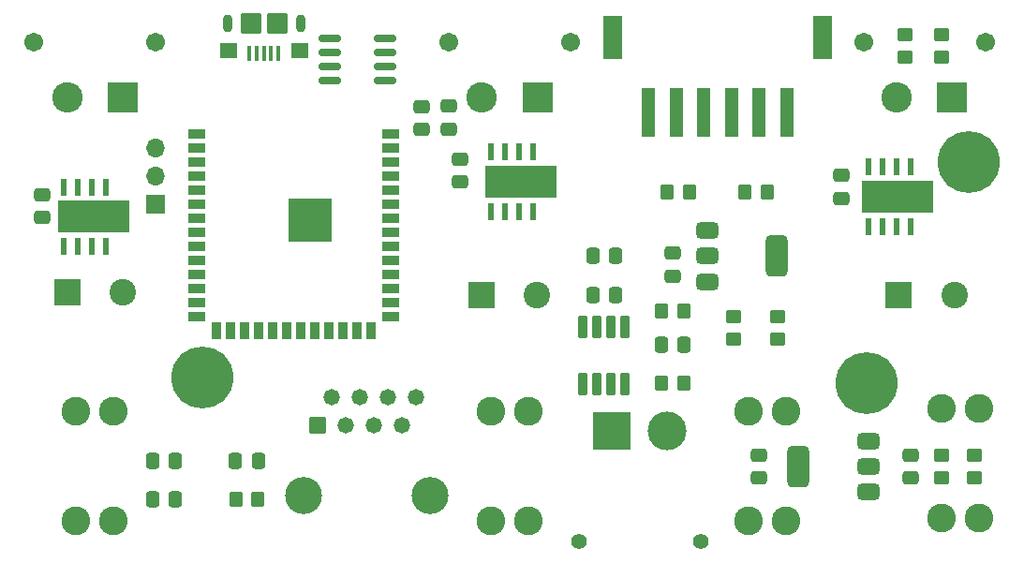
<source format=gbs>
%TF.GenerationSoftware,KiCad,Pcbnew,8.0.3-8.0.3-0~ubuntu22.04.1*%
%TF.CreationDate,2024-07-03T00:47:08-04:00*%
%TF.ProjectId,arm_drive_j3_4_5,61726d5f-6472-4697-9665-5f6a335f345f,rev?*%
%TF.SameCoordinates,Original*%
%TF.FileFunction,Soldermask,Bot*%
%TF.FilePolarity,Negative*%
%FSLAX46Y46*%
G04 Gerber Fmt 4.6, Leading zero omitted, Abs format (unit mm)*
G04 Created by KiCad (PCBNEW 8.0.3-8.0.3-0~ubuntu22.04.1) date 2024-07-03 00:47:08*
%MOMM*%
%LPD*%
G01*
G04 APERTURE LIST*
G04 Aperture macros list*
%AMRoundRect*
0 Rectangle with rounded corners*
0 $1 Rounding radius*
0 $2 $3 $4 $5 $6 $7 $8 $9 X,Y pos of 4 corners*
0 Add a 4 corners polygon primitive as box body*
4,1,4,$2,$3,$4,$5,$6,$7,$8,$9,$2,$3,0*
0 Add four circle primitives for the rounded corners*
1,1,$1+$1,$2,$3*
1,1,$1+$1,$4,$5*
1,1,$1+$1,$6,$7*
1,1,$1+$1,$8,$9*
0 Add four rect primitives between the rounded corners*
20,1,$1+$1,$2,$3,$4,$5,0*
20,1,$1+$1,$4,$5,$6,$7,0*
20,1,$1+$1,$6,$7,$8,$9,0*
20,1,$1+$1,$8,$9,$2,$3,0*%
G04 Aperture macros list end*
%ADD10C,1.712000*%
%ADD11RoundRect,0.102000X-1.275000X-1.275000X1.275000X-1.275000X1.275000X1.275000X-1.275000X1.275000X0*%
%ADD12C,2.754000*%
%ADD13C,2.604000*%
%ADD14R,2.400000X2.400000*%
%ADD15C,2.400000*%
%ADD16R,1.700000X1.700000*%
%ADD17O,1.700000X1.700000*%
%ADD18C,3.600000*%
%ADD19C,5.600000*%
%ADD20C,1.400000*%
%ADD21R,3.500000X3.500000*%
%ADD22C,3.500000*%
%ADD23C,3.350000*%
%ADD24RoundRect,0.102000X-0.634000X-0.634000X0.634000X-0.634000X0.634000X0.634000X-0.634000X0.634000X0*%
%ADD25C,1.472000*%
%ADD26RoundRect,0.250000X-0.450000X0.350000X-0.450000X-0.350000X0.450000X-0.350000X0.450000X0.350000X0*%
%ADD27RoundRect,0.375000X0.625000X0.375000X-0.625000X0.375000X-0.625000X-0.375000X0.625000X-0.375000X0*%
%ADD28RoundRect,0.500000X0.500000X1.400000X-0.500000X1.400000X-0.500000X-1.400000X0.500000X-1.400000X0*%
%ADD29RoundRect,0.250000X-0.475000X0.337500X-0.475000X-0.337500X0.475000X-0.337500X0.475000X0.337500X0*%
%ADD30RoundRect,0.250000X0.337500X0.475000X-0.337500X0.475000X-0.337500X-0.475000X0.337500X-0.475000X0*%
%ADD31RoundRect,0.250000X0.350000X0.450000X-0.350000X0.450000X-0.350000X-0.450000X0.350000X-0.450000X0*%
%ADD32RoundRect,0.250000X0.475000X-0.337500X0.475000X0.337500X-0.475000X0.337500X-0.475000X-0.337500X0*%
%ADD33R,3.100000X2.600000*%
%ADD34R,0.600000X1.550000*%
%ADD35R,6.450000X2.950000*%
%ADD36RoundRect,0.250000X-0.350000X-0.450000X0.350000X-0.450000X0.350000X0.450000X-0.350000X0.450000X0*%
%ADD37R,1.295400X4.495800*%
%ADD38R,1.803400X3.911600*%
%ADD39RoundRect,0.250000X0.450000X-0.350000X0.450000X0.350000X-0.450000X0.350000X-0.450000X-0.350000X0*%
%ADD40RoundRect,0.250000X-0.337500X-0.475000X0.337500X-0.475000X0.337500X0.475000X-0.337500X0.475000X0*%
%ADD41RoundRect,0.055580X-0.341420X0.921420X-0.341420X-0.921420X0.341420X-0.921420X0.341420X0.921420X0*%
%ADD42RoundRect,0.375000X-0.625000X-0.375000X0.625000X-0.375000X0.625000X0.375000X-0.625000X0.375000X0*%
%ADD43RoundRect,0.500000X-0.500000X-1.400000X0.500000X-1.400000X0.500000X1.400000X-0.500000X1.400000X0*%
%ADD44R,1.500000X0.900000*%
%ADD45R,0.900000X1.500000*%
%ADD46R,3.900000X3.900000*%
%ADD47RoundRect,0.100000X-0.100000X-0.575000X0.100000X-0.575000X0.100000X0.575000X-0.100000X0.575000X0*%
%ADD48O,0.900000X1.600000*%
%ADD49RoundRect,0.250000X-0.550000X-0.450000X0.550000X-0.450000X0.550000X0.450000X-0.550000X0.450000X0*%
%ADD50RoundRect,0.250000X-0.700000X-0.700000X0.700000X-0.700000X0.700000X0.700000X-0.700000X0.700000X0*%
%ADD51RoundRect,0.150000X-0.825000X-0.150000X0.825000X-0.150000X0.825000X0.150000X-0.825000X0.150000X0*%
G04 APERTURE END LIST*
D10*
%TO.C,J7*%
X40660000Y-41700750D03*
X51660000Y-41700750D03*
D11*
X48660000Y-46700750D03*
D12*
X43660000Y-46700750D03*
%TD*%
D13*
%TO.C,F4*%
X108610000Y-75060000D03*
X105210000Y-75060000D03*
X108610000Y-84980000D03*
X105210000Y-84980000D03*
%TD*%
D10*
%TO.C,J3*%
X115660000Y-41700750D03*
X126660000Y-41700750D03*
D11*
X123660000Y-46700750D03*
D12*
X118660000Y-46700750D03*
%TD*%
D13*
%TO.C,F3*%
X85360000Y-75060000D03*
X81960000Y-75060000D03*
X85360000Y-84980000D03*
X81960000Y-84980000D03*
%TD*%
D14*
%TO.C,C7*%
X43727841Y-64270000D03*
D15*
X48727841Y-64270000D03*
%TD*%
D16*
%TO.C,JP1*%
X51660000Y-56295000D03*
D17*
X51660000Y-53755000D03*
X51660000Y-51215000D03*
%TD*%
D18*
%TO.C,H4*%
X115910000Y-72520000D03*
D19*
X115910000Y-72520000D03*
%TD*%
D10*
%TO.C,J4*%
X78160000Y-41700750D03*
X89160000Y-41700750D03*
D11*
X86160000Y-46700750D03*
D12*
X81160000Y-46700750D03*
%TD*%
D20*
%TO.C,J6*%
X100910000Y-86845000D03*
X89910000Y-86845000D03*
D21*
X92910000Y-76845000D03*
D22*
X97910000Y-76845000D03*
%TD*%
D23*
%TO.C,J2*%
X65019000Y-82620000D03*
X76451000Y-82620000D03*
D24*
X66290000Y-76270000D03*
D25*
X67560000Y-73730000D03*
X68830000Y-76270000D03*
X70100000Y-73730000D03*
X71370000Y-76270000D03*
X72640000Y-73730000D03*
X73910000Y-76270000D03*
X75180000Y-73730000D03*
%TD*%
D13*
%TO.C,F2*%
X126110000Y-74810000D03*
X122710000Y-74810000D03*
X126110000Y-84730000D03*
X122710000Y-84730000D03*
%TD*%
D14*
%TO.C,C11*%
X81086041Y-64520000D03*
D15*
X86086041Y-64520000D03*
%TD*%
D14*
%TO.C,C9*%
X118836041Y-64520000D03*
D15*
X123836041Y-64520000D03*
%TD*%
D18*
%TO.C,H2*%
X125160000Y-52520000D03*
D19*
X125160000Y-52520000D03*
%TD*%
D18*
%TO.C,H3*%
X55910000Y-72020000D03*
D19*
X55910000Y-72020000D03*
%TD*%
D13*
%TO.C,F1*%
X47860000Y-75060000D03*
X44460000Y-75060000D03*
X47860000Y-84980000D03*
X44460000Y-84980000D03*
%TD*%
D26*
%TO.C,R11*%
X122660000Y-79020000D03*
X122660000Y-81020000D03*
%TD*%
D27*
%TO.C,U3*%
X116060000Y-77720000D03*
X116060000Y-80020000D03*
D28*
X109760000Y-80020000D03*
D27*
X116060000Y-82320000D03*
%TD*%
D29*
%TO.C,C8*%
X113660000Y-53732500D03*
X113660000Y-55807500D03*
%TD*%
D30*
%TO.C,C1*%
X60947500Y-79520000D03*
X58872500Y-79520000D03*
%TD*%
%TO.C,C3*%
X93237500Y-61020000D03*
X91162500Y-61020000D03*
%TD*%
D31*
%TO.C,R7*%
X106910000Y-55270000D03*
X104910000Y-55270000D03*
%TD*%
D32*
%TO.C,C13*%
X98410000Y-62807500D03*
X98410000Y-60732500D03*
%TD*%
D33*
%TO.C,U7*%
X83910000Y-54270000D03*
D34*
X85815000Y-56970000D03*
X84545000Y-56970000D03*
X83275000Y-56970000D03*
X82005000Y-56970000D03*
X82005000Y-51570000D03*
X83275000Y-51570000D03*
X84545000Y-51570000D03*
X85815000Y-51570000D03*
D35*
X84660000Y-54270000D03*
%TD*%
D36*
%TO.C,R4*%
X97410000Y-72520000D03*
X99410000Y-72520000D03*
%TD*%
D32*
%TO.C,C17*%
X78160000Y-49557500D03*
X78160000Y-47482500D03*
%TD*%
D37*
%TO.C,J9*%
X96210001Y-48070000D03*
X98710001Y-48070000D03*
X101210001Y-48070000D03*
X103710001Y-48070000D03*
X106210001Y-48070000D03*
X108710001Y-48070000D03*
D38*
X93010002Y-41270000D03*
X111910000Y-41270000D03*
%TD*%
D39*
%TO.C,R10*%
X125660000Y-81020000D03*
X125660000Y-79020000D03*
%TD*%
D30*
%TO.C,C4*%
X93237500Y-64520000D03*
X91162500Y-64520000D03*
%TD*%
D31*
%TO.C,R13*%
X60910000Y-83020000D03*
X58910000Y-83020000D03*
%TD*%
D29*
%TO.C,C10*%
X79160000Y-52232500D03*
X79160000Y-54307500D03*
%TD*%
%TO.C,C6*%
X41410000Y-55482500D03*
X41410000Y-57557500D03*
%TD*%
D40*
%TO.C,C2*%
X51372500Y-79520000D03*
X53447500Y-79520000D03*
%TD*%
D41*
%TO.C,U2*%
X90255000Y-67435000D03*
X91525000Y-67435000D03*
X92795000Y-67435000D03*
X94065000Y-67435000D03*
X94065000Y-72605000D03*
X92795000Y-72605000D03*
X91525000Y-72605000D03*
X90255000Y-72605000D03*
%TD*%
D26*
%TO.C,R5*%
X122660000Y-41020000D03*
X122660000Y-43020000D03*
%TD*%
D42*
%TO.C,U8*%
X101510000Y-63320000D03*
X101510000Y-61020000D03*
D43*
X107810000Y-61020000D03*
D42*
X101510000Y-58720000D03*
%TD*%
D40*
%TO.C,C20*%
X97372500Y-69020000D03*
X99447500Y-69020000D03*
%TD*%
D32*
%TO.C,C5*%
X106160000Y-81057500D03*
X106160000Y-78982500D03*
%TD*%
D36*
%TO.C,R1*%
X97910000Y-55270000D03*
X99910000Y-55270000D03*
%TD*%
D26*
%TO.C,R8*%
X103910000Y-66520000D03*
X103910000Y-68520000D03*
%TD*%
D32*
%TO.C,C18*%
X75660000Y-49595000D03*
X75660000Y-47520000D03*
%TD*%
D44*
%TO.C,U6*%
X72910000Y-50010000D03*
X72910000Y-51280000D03*
X72910000Y-52550000D03*
X72910000Y-53820000D03*
X72910000Y-55090000D03*
X72910000Y-56360000D03*
X72910000Y-57630000D03*
X72910000Y-58900000D03*
X72910000Y-60170000D03*
X72910000Y-61440000D03*
X72910000Y-62710000D03*
X72910000Y-63980000D03*
X72910000Y-65250000D03*
X72910000Y-66520000D03*
D45*
X71145000Y-67770000D03*
X69875000Y-67770000D03*
X68605000Y-67770000D03*
X67335000Y-67770000D03*
X66065000Y-67770000D03*
X64795000Y-67770000D03*
X63525000Y-67770000D03*
X62255000Y-67770000D03*
X60985000Y-67770000D03*
X59715000Y-67770000D03*
X58445000Y-67770000D03*
X57175000Y-67770000D03*
D44*
X55410000Y-66520000D03*
X55410000Y-65250000D03*
X55410000Y-63980000D03*
X55410000Y-62710000D03*
X55410000Y-61440000D03*
X55410000Y-60170000D03*
X55410000Y-58900000D03*
X55410000Y-57630000D03*
X55410000Y-56360000D03*
X55410000Y-55090000D03*
X55410000Y-53820000D03*
X55410000Y-52550000D03*
X55410000Y-51280000D03*
X55410000Y-50010000D03*
D46*
X65660000Y-57730000D03*
%TD*%
D26*
%TO.C,R9*%
X107910000Y-66520000D03*
X107910000Y-68520000D03*
%TD*%
D47*
%TO.C,J1*%
X60160000Y-42695000D03*
X60810000Y-42695000D03*
X61460000Y-42695000D03*
X62110000Y-42695000D03*
X62760000Y-42695000D03*
D48*
X58160000Y-40020000D03*
D49*
X58260000Y-42470000D03*
D50*
X60260000Y-40020000D03*
X62660000Y-40020000D03*
D49*
X64660000Y-42470000D03*
D48*
X64760000Y-40020000D03*
%TD*%
D31*
%TO.C,R3*%
X99410000Y-66020000D03*
X97410000Y-66020000D03*
%TD*%
D51*
%TO.C,U1*%
X67435000Y-45175000D03*
X67435000Y-43905000D03*
X67435000Y-42635000D03*
X67435000Y-41365000D03*
X72385000Y-41365000D03*
X72385000Y-42635000D03*
X72385000Y-43905000D03*
X72385000Y-45175000D03*
%TD*%
D33*
%TO.C,U4*%
X45255000Y-57470000D03*
D34*
X47160000Y-60170000D03*
X45890000Y-60170000D03*
X44620000Y-60170000D03*
X43350000Y-60170000D03*
X43350000Y-54770000D03*
X44620000Y-54770000D03*
X45890000Y-54770000D03*
X47160000Y-54770000D03*
D35*
X46030000Y-57470000D03*
%TD*%
D26*
%TO.C,R6*%
X119410000Y-41020000D03*
X119410000Y-43020000D03*
%TD*%
D29*
%TO.C,C12*%
X119910000Y-78982500D03*
X119910000Y-81057500D03*
%TD*%
D33*
%TO.C,U5*%
X117960000Y-55670000D03*
D34*
X119865000Y-58370000D03*
X118595000Y-58370000D03*
X117325000Y-58370000D03*
X116055000Y-58370000D03*
X116055000Y-52970000D03*
X117325000Y-52970000D03*
X118595000Y-52970000D03*
X119865000Y-52970000D03*
D35*
X118735000Y-55670000D03*
%TD*%
D30*
%TO.C,C19*%
X53447500Y-83020000D03*
X51372500Y-83020000D03*
%TD*%
M02*

</source>
